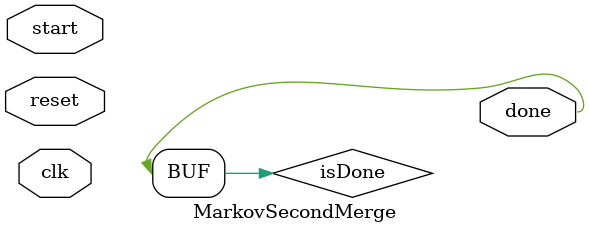
<source format=v>
`include "Defines.v"

module MarkovSecondMerge (
  input clk, reset,
  input start,
  
  output done
);


// States in RTL
parameter INIT = 0;
parameter CopyA = 1;
parameter MergeBIntoOutput = 2;
parameter IncrementCount = 3;
parameter AddToList = 4;
parameter FINISH = 5;

// Data
reg [2:0] state;

reg isDone;


// Output Assignments
assign done = isDone;


always @(posedge clk, negedge reset)
  begin
    if (!reset)
      begin
        
      end
    else
      begin
        case (state)
        
          INIT:
            begin
              // state transitions
              
              
              // RTL
              
              
            end
          
          CopyA:
            begin
              // state transitions
              
              
              // RTL
              
              
            end
          
          MergeBIntoOutput:
            begin
              // state transitions
              
              
              // RTL
              
              
            end
          
          IncrementCount:
            begin
              // state transitions
              
              
              // RTL
              
              
            end
          
          AddToList:
            begin
              // state transitions
              
              
              // RTL
              
              
            end
          
          FINISH:
            begin
              // state transitions
              
              
              // RTL
              
              
            end
        
        endcase
      end
  end


endmodule
</source>
